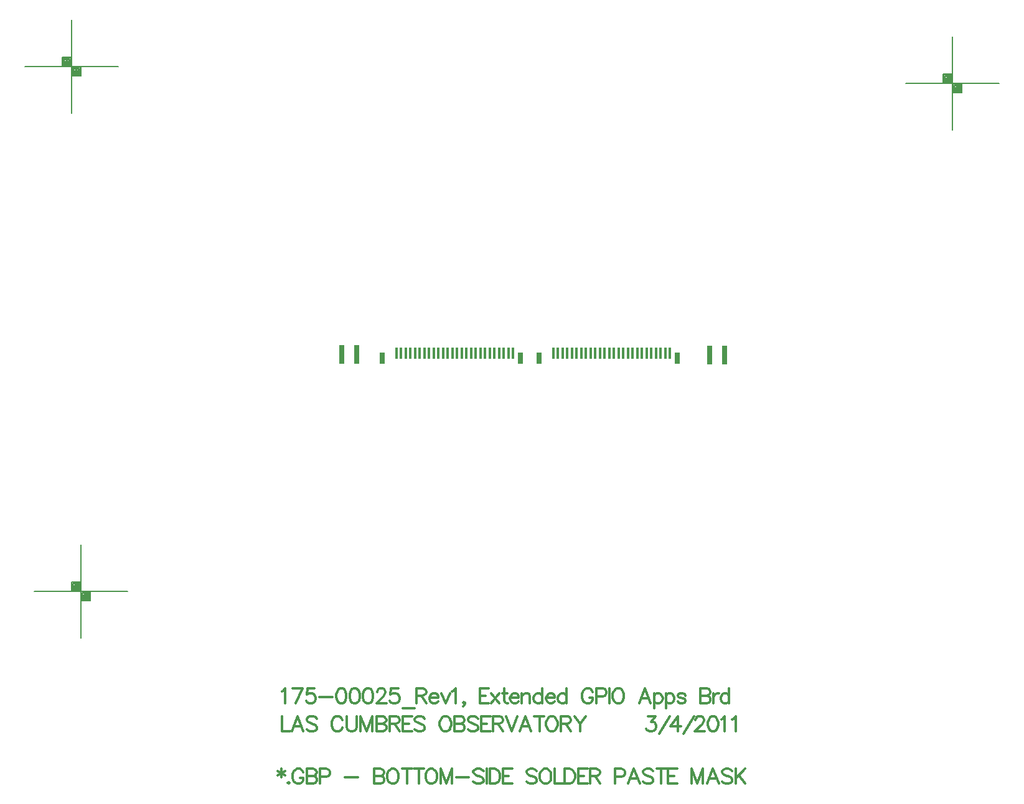
<source format=gbp>
%FSLAX23Y23*%
%MOIN*%
G70*
G01*
G75*
G04 Layer_Color=128*
%ADD10R,0.020X0.020*%
%ADD11R,0.016X0.020*%
%ADD12O,0.079X0.024*%
%ADD13R,0.078X0.048*%
%ADD14R,0.050X0.050*%
%ADD15R,0.014X0.060*%
%ADD16R,0.030X0.100*%
%ADD17R,0.031X0.060*%
%ADD18R,0.039X0.063*%
%ADD19C,0.020*%
%ADD20C,0.010*%
%ADD21C,0.005*%
%ADD22C,0.012*%
%ADD23C,0.008*%
%ADD24C,0.012*%
%ADD25C,0.012*%
%ADD26R,0.059X0.059*%
%ADD27C,0.059*%
%ADD28C,0.219*%
%ADD29C,0.024*%
%ADD30C,0.040*%
%ADD31C,0.075*%
%ADD32C,0.206*%
%ADD33C,0.050*%
G04:AMPARAMS|DCode=34|XSize=70mil|YSize=70mil|CornerRadius=0mil|HoleSize=0mil|Usage=FLASHONLY|Rotation=0.000|XOffset=0mil|YOffset=0mil|HoleType=Round|Shape=Relief|Width=10mil|Gap=10mil|Entries=4|*
%AMTHD34*
7,0,0,0.070,0.050,0.010,45*
%
%ADD34THD34*%
%ADD35C,0.010*%
%ADD36C,0.010*%
%ADD37C,0.008*%
%ADD38C,0.007*%
%ADD39C,0.007*%
%ADD40R,0.226X0.148*%
%ADD41R,0.028X0.028*%
%ADD42R,0.024X0.028*%
%ADD43O,0.087X0.032*%
%ADD44R,0.086X0.056*%
%ADD45R,0.058X0.058*%
%ADD46R,0.022X0.068*%
%ADD47R,0.038X0.108*%
%ADD48R,0.039X0.068*%
%ADD49R,0.047X0.071*%
%ADD50R,0.067X0.067*%
%ADD51C,0.067*%
%ADD52C,0.227*%
%ADD53C,0.032*%
%ADD54R,0.259X0.803*%
D15*
X23683Y15948D02*
D03*
X23658D02*
D03*
X23633D02*
D03*
X23608D02*
D03*
X23583D02*
D03*
X23558D02*
D03*
X23533D02*
D03*
X23508D02*
D03*
X23483D02*
D03*
X23458D02*
D03*
X23433D02*
D03*
X23408D02*
D03*
X23383D02*
D03*
X23358D02*
D03*
X23333D02*
D03*
X23308D02*
D03*
X23283D02*
D03*
X23258D02*
D03*
X23233D02*
D03*
X23208D02*
D03*
X23183D02*
D03*
X23158D02*
D03*
X23133D02*
D03*
X23108D02*
D03*
X23083D02*
D03*
X23058D02*
D03*
X22843Y15949D02*
D03*
X22818D02*
D03*
X22793D02*
D03*
X22768D02*
D03*
X22743D02*
D03*
X22718D02*
D03*
X22693D02*
D03*
X22668D02*
D03*
X22643D02*
D03*
X22618D02*
D03*
X22593D02*
D03*
X22568D02*
D03*
X22543D02*
D03*
X22518D02*
D03*
X22493D02*
D03*
X22468D02*
D03*
X22443D02*
D03*
X22418D02*
D03*
X22393D02*
D03*
X22368D02*
D03*
X22343D02*
D03*
X22318D02*
D03*
X22293D02*
D03*
X22268D02*
D03*
X22243D02*
D03*
X22218D02*
D03*
D16*
X21926Y15940D02*
D03*
X22005D02*
D03*
X23896Y15939D02*
D03*
X23975D02*
D03*
D17*
X23721Y15921D02*
D03*
X22981D02*
D03*
X22141D02*
D03*
X22881D02*
D03*
D23*
X24944Y17396D02*
X25444D01*
X25194Y17146D02*
Y17646D01*
X25144Y17396D02*
Y17446D01*
X25194D01*
X25244Y17346D02*
Y17396D01*
X25194Y17346D02*
X25244D01*
X25199Y17391D02*
X25239D01*
Y17351D02*
Y17391D01*
X25199Y17351D02*
X25239D01*
X25199D02*
Y17391D01*
X25204Y17386D02*
X25234D01*
Y17356D02*
Y17386D01*
X25204Y17356D02*
X25234D01*
X25204D02*
Y17381D01*
X25209D02*
X25229D01*
Y17361D02*
Y17381D01*
X25209Y17361D02*
X25229D01*
X25209D02*
Y17376D01*
X25214D02*
X25224D01*
Y17366D02*
Y17376D01*
X25214Y17366D02*
X25224D01*
X25214D02*
Y17376D01*
Y17371D02*
X25224D01*
X25149Y17441D02*
X25189D01*
Y17401D02*
Y17441D01*
X25149Y17401D02*
X25189D01*
X25149D02*
Y17441D01*
X25154Y17436D02*
X25184D01*
Y17406D02*
Y17436D01*
X25154Y17406D02*
X25184D01*
X25154D02*
Y17431D01*
X25159D02*
X25179D01*
Y17411D02*
Y17431D01*
X25159Y17411D02*
X25179D01*
X25159D02*
Y17426D01*
X25164D02*
X25174D01*
Y17416D02*
Y17426D01*
X25164Y17416D02*
X25174D01*
X25164D02*
Y17426D01*
Y17421D02*
X25174D01*
X20279Y14670D02*
X20779D01*
X20529Y14420D02*
Y14920D01*
X20479Y14670D02*
Y14720D01*
X20529D01*
X20579Y14620D02*
Y14670D01*
X20529Y14620D02*
X20579D01*
X20534Y14665D02*
X20574D01*
Y14625D02*
Y14665D01*
X20534Y14625D02*
X20574D01*
X20534D02*
Y14665D01*
X20539Y14660D02*
X20569D01*
Y14630D02*
Y14660D01*
X20539Y14630D02*
X20569D01*
X20539D02*
Y14655D01*
X20544D02*
X20564D01*
Y14635D02*
Y14655D01*
X20544Y14635D02*
X20564D01*
X20544D02*
Y14650D01*
X20549D02*
X20559D01*
Y14640D02*
Y14650D01*
X20549Y14640D02*
X20559D01*
X20549D02*
Y14650D01*
Y14645D02*
X20559D01*
X20484Y14715D02*
X20524D01*
Y14675D02*
Y14715D01*
X20484Y14675D02*
X20524D01*
X20484D02*
Y14715D01*
X20489Y14710D02*
X20519D01*
Y14680D02*
Y14710D01*
X20489Y14680D02*
X20519D01*
X20489D02*
Y14705D01*
X20494D02*
X20514D01*
Y14685D02*
Y14705D01*
X20494Y14685D02*
X20514D01*
X20494D02*
Y14700D01*
X20499D02*
X20509D01*
Y14690D02*
Y14700D01*
X20499Y14690D02*
X20509D01*
X20499D02*
Y14700D01*
Y14695D02*
X20509D01*
X20230Y17485D02*
X20730D01*
X20480Y17235D02*
Y17735D01*
X20430Y17485D02*
Y17535D01*
X20480D01*
X20530Y17435D02*
Y17485D01*
X20480Y17435D02*
X20530D01*
X20485Y17480D02*
X20525D01*
Y17440D02*
Y17480D01*
X20485Y17440D02*
X20525D01*
X20485D02*
Y17480D01*
X20490Y17475D02*
X20520D01*
Y17445D02*
Y17475D01*
X20490Y17445D02*
X20520D01*
X20490D02*
Y17470D01*
X20495D02*
X20515D01*
Y17450D02*
Y17470D01*
X20495Y17450D02*
X20515D01*
X20495D02*
Y17465D01*
X20500D02*
X20510D01*
Y17455D02*
Y17465D01*
X20500Y17455D02*
X20510D01*
X20500D02*
Y17465D01*
Y17460D02*
X20510D01*
X20435Y17530D02*
X20475D01*
Y17490D02*
Y17530D01*
X20435Y17490D02*
X20475D01*
X20435D02*
Y17530D01*
X20440Y17525D02*
X20470D01*
Y17495D02*
Y17525D01*
X20440Y17495D02*
X20470D01*
X20440D02*
Y17520D01*
X20445D02*
X20465D01*
Y17500D02*
Y17520D01*
X20445Y17500D02*
X20465D01*
X20445D02*
Y17515D01*
X20450D02*
X20460D01*
Y17505D02*
Y17515D01*
X20450Y17505D02*
X20460D01*
X20450D02*
Y17515D01*
Y17510D02*
X20460D01*
D24*
X21602Y13720D02*
Y13675D01*
X21583Y13709D02*
X21621Y13686D01*
Y13709D02*
X21583Y13686D01*
X21641Y13648D02*
X21637Y13644D01*
X21641Y13640D01*
X21645Y13644D01*
X21641Y13648D01*
X21720Y13701D02*
X21716Y13709D01*
X21708Y13716D01*
X21701Y13720D01*
X21685D01*
X21678Y13716D01*
X21670Y13709D01*
X21666Y13701D01*
X21662Y13690D01*
Y13671D01*
X21666Y13659D01*
X21670Y13652D01*
X21678Y13644D01*
X21685Y13640D01*
X21701D01*
X21708Y13644D01*
X21716Y13652D01*
X21720Y13659D01*
Y13671D01*
X21701D02*
X21720D01*
X21738Y13720D02*
Y13640D01*
Y13720D02*
X21772D01*
X21784Y13716D01*
X21787Y13713D01*
X21791Y13705D01*
Y13697D01*
X21787Y13690D01*
X21784Y13686D01*
X21772Y13682D01*
X21738D02*
X21772D01*
X21784Y13678D01*
X21787Y13675D01*
X21791Y13667D01*
Y13656D01*
X21787Y13648D01*
X21784Y13644D01*
X21772Y13640D01*
X21738D01*
X21809Y13678D02*
X21843D01*
X21855Y13682D01*
X21859Y13686D01*
X21862Y13694D01*
Y13705D01*
X21859Y13713D01*
X21855Y13716D01*
X21843Y13720D01*
X21809D01*
Y13640D01*
X21943Y13675D02*
X22012D01*
X22098Y13720D02*
Y13640D01*
Y13720D02*
X22132D01*
X22144Y13716D01*
X22148Y13713D01*
X22152Y13705D01*
Y13697D01*
X22148Y13690D01*
X22144Y13686D01*
X22132Y13682D01*
X22098D02*
X22132D01*
X22144Y13678D01*
X22148Y13675D01*
X22152Y13667D01*
Y13656D01*
X22148Y13648D01*
X22144Y13644D01*
X22132Y13640D01*
X22098D01*
X22192Y13720D02*
X22185Y13716D01*
X22177Y13709D01*
X22173Y13701D01*
X22169Y13690D01*
Y13671D01*
X22173Y13659D01*
X22177Y13652D01*
X22185Y13644D01*
X22192Y13640D01*
X22207D01*
X22215Y13644D01*
X22223Y13652D01*
X22227Y13659D01*
X22230Y13671D01*
Y13690D01*
X22227Y13701D01*
X22223Y13709D01*
X22215Y13716D01*
X22207Y13720D01*
X22192D01*
X22276D02*
Y13640D01*
X22249Y13720D02*
X22302D01*
X22339D02*
Y13640D01*
X22312Y13720D02*
X22365D01*
X22398D02*
X22390Y13716D01*
X22382Y13709D01*
X22379Y13701D01*
X22375Y13690D01*
Y13671D01*
X22379Y13659D01*
X22382Y13652D01*
X22390Y13644D01*
X22398Y13640D01*
X22413D01*
X22420Y13644D01*
X22428Y13652D01*
X22432Y13659D01*
X22436Y13671D01*
Y13690D01*
X22432Y13701D01*
X22428Y13709D01*
X22420Y13716D01*
X22413Y13720D01*
X22398D01*
X22454D02*
Y13640D01*
Y13720D02*
X22485Y13640D01*
X22515Y13720D02*
X22485Y13640D01*
X22515Y13720D02*
Y13640D01*
X22538Y13675D02*
X22607D01*
X22684Y13709D02*
X22676Y13716D01*
X22665Y13720D01*
X22649D01*
X22638Y13716D01*
X22630Y13709D01*
Y13701D01*
X22634Y13694D01*
X22638Y13690D01*
X22645Y13686D01*
X22668Y13678D01*
X22676Y13675D01*
X22680Y13671D01*
X22684Y13663D01*
Y13652D01*
X22676Y13644D01*
X22665Y13640D01*
X22649D01*
X22638Y13644D01*
X22630Y13652D01*
X22701Y13720D02*
Y13640D01*
X22718Y13720D02*
Y13640D01*
Y13720D02*
X22745D01*
X22756Y13716D01*
X22764Y13709D01*
X22768Y13701D01*
X22772Y13690D01*
Y13671D01*
X22768Y13659D01*
X22764Y13652D01*
X22756Y13644D01*
X22745Y13640D01*
X22718D01*
X22839Y13720D02*
X22789D01*
Y13640D01*
X22839D01*
X22789Y13682D02*
X22820D01*
X22968Y13709D02*
X22961Y13716D01*
X22949Y13720D01*
X22934D01*
X22923Y13716D01*
X22915Y13709D01*
Y13701D01*
X22919Y13694D01*
X22923Y13690D01*
X22930Y13686D01*
X22953Y13678D01*
X22961Y13675D01*
X22965Y13671D01*
X22968Y13663D01*
Y13652D01*
X22961Y13644D01*
X22949Y13640D01*
X22934D01*
X22923Y13644D01*
X22915Y13652D01*
X23009Y13720D02*
X23002Y13716D01*
X22994Y13709D01*
X22990Y13701D01*
X22986Y13690D01*
Y13671D01*
X22990Y13659D01*
X22994Y13652D01*
X23002Y13644D01*
X23009Y13640D01*
X23024D01*
X23032Y13644D01*
X23040Y13652D01*
X23044Y13659D01*
X23047Y13671D01*
Y13690D01*
X23044Y13701D01*
X23040Y13709D01*
X23032Y13716D01*
X23024Y13720D01*
X23009D01*
X23066D02*
Y13640D01*
X23112D01*
X23120Y13720D02*
Y13640D01*
Y13720D02*
X23147D01*
X23159Y13716D01*
X23166Y13709D01*
X23170Y13701D01*
X23174Y13690D01*
Y13671D01*
X23170Y13659D01*
X23166Y13652D01*
X23159Y13644D01*
X23147Y13640D01*
X23120D01*
X23241Y13720D02*
X23192D01*
Y13640D01*
X23241D01*
X23192Y13682D02*
X23222D01*
X23255Y13720D02*
Y13640D01*
Y13720D02*
X23289D01*
X23300Y13716D01*
X23304Y13713D01*
X23308Y13705D01*
Y13697D01*
X23304Y13690D01*
X23300Y13686D01*
X23289Y13682D01*
X23255D01*
X23281D02*
X23308Y13640D01*
X23389Y13678D02*
X23423D01*
X23434Y13682D01*
X23438Y13686D01*
X23442Y13694D01*
Y13705D01*
X23438Y13713D01*
X23434Y13716D01*
X23423Y13720D01*
X23389D01*
Y13640D01*
X23521D02*
X23490Y13720D01*
X23460Y13640D01*
X23471Y13667D02*
X23509D01*
X23593Y13709D02*
X23585Y13716D01*
X23574Y13720D01*
X23558D01*
X23547Y13716D01*
X23539Y13709D01*
Y13701D01*
X23543Y13694D01*
X23547Y13690D01*
X23555Y13686D01*
X23577Y13678D01*
X23585Y13675D01*
X23589Y13671D01*
X23593Y13663D01*
Y13652D01*
X23585Y13644D01*
X23574Y13640D01*
X23558D01*
X23547Y13644D01*
X23539Y13652D01*
X23637Y13720D02*
Y13640D01*
X23611Y13720D02*
X23664D01*
X23723D02*
X23673D01*
Y13640D01*
X23723D01*
X23673Y13682D02*
X23704D01*
X23799Y13720D02*
Y13640D01*
Y13720D02*
X23830Y13640D01*
X23860Y13720D02*
X23830Y13640D01*
X23860Y13720D02*
Y13640D01*
X23944D02*
X23913Y13720D01*
X23883Y13640D01*
X23894Y13667D02*
X23932D01*
X24016Y13709D02*
X24008Y13716D01*
X23997Y13720D01*
X23982D01*
X23970Y13716D01*
X23963Y13709D01*
Y13701D01*
X23966Y13694D01*
X23970Y13690D01*
X23978Y13686D01*
X24001Y13678D01*
X24008Y13675D01*
X24012Y13671D01*
X24016Y13663D01*
Y13652D01*
X24008Y13644D01*
X23997Y13640D01*
X23982D01*
X23970Y13644D01*
X23963Y13652D01*
X24034Y13720D02*
Y13640D01*
X24087Y13720D02*
X24034Y13667D01*
X24053Y13686D02*
X24087Y13640D01*
X21604Y14136D02*
X21612Y14139D01*
X21623Y14151D01*
Y14071D01*
X21716Y14151D02*
X21678Y14071D01*
X21663Y14151D02*
X21716D01*
X21779D02*
X21741D01*
X21738Y14117D01*
X21741Y14120D01*
X21753Y14124D01*
X21764D01*
X21776Y14120D01*
X21783Y14113D01*
X21787Y14101D01*
Y14094D01*
X21783Y14082D01*
X21776Y14075D01*
X21764Y14071D01*
X21753D01*
X21741Y14075D01*
X21738Y14079D01*
X21734Y14086D01*
X21805Y14105D02*
X21874D01*
X21920Y14151D02*
X21909Y14147D01*
X21901Y14136D01*
X21897Y14117D01*
Y14105D01*
X21901Y14086D01*
X21909Y14075D01*
X21920Y14071D01*
X21928D01*
X21939Y14075D01*
X21947Y14086D01*
X21950Y14105D01*
Y14117D01*
X21947Y14136D01*
X21939Y14147D01*
X21928Y14151D01*
X21920D01*
X21991D02*
X21980Y14147D01*
X21972Y14136D01*
X21968Y14117D01*
Y14105D01*
X21972Y14086D01*
X21980Y14075D01*
X21991Y14071D01*
X21999D01*
X22010Y14075D01*
X22018Y14086D01*
X22022Y14105D01*
Y14117D01*
X22018Y14136D01*
X22010Y14147D01*
X21999Y14151D01*
X21991D01*
X22062D02*
X22051Y14147D01*
X22043Y14136D01*
X22040Y14117D01*
Y14105D01*
X22043Y14086D01*
X22051Y14075D01*
X22062Y14071D01*
X22070D01*
X22082Y14075D01*
X22089Y14086D01*
X22093Y14105D01*
Y14117D01*
X22089Y14136D01*
X22082Y14147D01*
X22070Y14151D01*
X22062D01*
X22115Y14132D02*
Y14136D01*
X22118Y14143D01*
X22122Y14147D01*
X22130Y14151D01*
X22145D01*
X22153Y14147D01*
X22157Y14143D01*
X22160Y14136D01*
Y14128D01*
X22157Y14120D01*
X22149Y14109D01*
X22111Y14071D01*
X22164D01*
X22228Y14151D02*
X22190D01*
X22186Y14117D01*
X22190Y14120D01*
X22201Y14124D01*
X22213D01*
X22224Y14120D01*
X22232Y14113D01*
X22235Y14101D01*
Y14094D01*
X22232Y14082D01*
X22224Y14075D01*
X22213Y14071D01*
X22201D01*
X22190Y14075D01*
X22186Y14079D01*
X22182Y14086D01*
X22253Y14044D02*
X22314D01*
X22325Y14151D02*
Y14071D01*
Y14151D02*
X22359D01*
X22370Y14147D01*
X22374Y14143D01*
X22378Y14136D01*
Y14128D01*
X22374Y14120D01*
X22370Y14117D01*
X22359Y14113D01*
X22325D01*
X22351D02*
X22378Y14071D01*
X22396Y14101D02*
X22441D01*
Y14109D01*
X22438Y14117D01*
X22434Y14120D01*
X22426Y14124D01*
X22415D01*
X22407Y14120D01*
X22400Y14113D01*
X22396Y14101D01*
Y14094D01*
X22400Y14082D01*
X22407Y14075D01*
X22415Y14071D01*
X22426D01*
X22434Y14075D01*
X22441Y14082D01*
X22459Y14124D02*
X22481Y14071D01*
X22504Y14124D02*
X22481Y14071D01*
X22517Y14136D02*
X22525Y14139D01*
X22536Y14151D01*
Y14071D01*
X22584Y14075D02*
X22580Y14071D01*
X22576Y14075D01*
X22580Y14079D01*
X22584Y14075D01*
Y14067D01*
X22580Y14059D01*
X22576Y14056D01*
X22713Y14151D02*
X22664D01*
Y14071D01*
X22713D01*
X22664Y14113D02*
X22694D01*
X22727Y14124D02*
X22769Y14071D01*
Y14124D02*
X22727Y14071D01*
X22797Y14151D02*
Y14086D01*
X22801Y14075D01*
X22808Y14071D01*
X22816D01*
X22785Y14124D02*
X22812D01*
X22827Y14101D02*
X22873D01*
Y14109D01*
X22869Y14117D01*
X22865Y14120D01*
X22858Y14124D01*
X22846D01*
X22839Y14120D01*
X22831Y14113D01*
X22827Y14101D01*
Y14094D01*
X22831Y14082D01*
X22839Y14075D01*
X22846Y14071D01*
X22858D01*
X22865Y14075D01*
X22873Y14082D01*
X22890Y14124D02*
Y14071D01*
Y14109D02*
X22902Y14120D01*
X22909Y14124D01*
X22921D01*
X22928Y14120D01*
X22932Y14109D01*
Y14071D01*
X22999Y14151D02*
Y14071D01*
Y14113D02*
X22991Y14120D01*
X22983Y14124D01*
X22972D01*
X22964Y14120D01*
X22957Y14113D01*
X22953Y14101D01*
Y14094D01*
X22957Y14082D01*
X22964Y14075D01*
X22972Y14071D01*
X22983D01*
X22991Y14075D01*
X22999Y14082D01*
X23020Y14101D02*
X23066D01*
Y14109D01*
X23062Y14117D01*
X23058Y14120D01*
X23050Y14124D01*
X23039D01*
X23031Y14120D01*
X23024Y14113D01*
X23020Y14101D01*
Y14094D01*
X23024Y14082D01*
X23031Y14075D01*
X23039Y14071D01*
X23050D01*
X23058Y14075D01*
X23066Y14082D01*
X23129Y14151D02*
Y14071D01*
Y14113D02*
X23121Y14120D01*
X23113Y14124D01*
X23102D01*
X23094Y14120D01*
X23087Y14113D01*
X23083Y14101D01*
Y14094D01*
X23087Y14082D01*
X23094Y14075D01*
X23102Y14071D01*
X23113D01*
X23121Y14075D01*
X23129Y14082D01*
X23270Y14132D02*
X23266Y14139D01*
X23258Y14147D01*
X23251Y14151D01*
X23236D01*
X23228Y14147D01*
X23220Y14139D01*
X23217Y14132D01*
X23213Y14120D01*
Y14101D01*
X23217Y14090D01*
X23220Y14082D01*
X23228Y14075D01*
X23236Y14071D01*
X23251D01*
X23258Y14075D01*
X23266Y14082D01*
X23270Y14090D01*
Y14101D01*
X23251D02*
X23270D01*
X23288Y14109D02*
X23322D01*
X23334Y14113D01*
X23338Y14117D01*
X23341Y14124D01*
Y14136D01*
X23338Y14143D01*
X23334Y14147D01*
X23322Y14151D01*
X23288D01*
Y14071D01*
X23359Y14151D02*
Y14071D01*
X23399Y14151D02*
X23391Y14147D01*
X23384Y14139D01*
X23380Y14132D01*
X23376Y14120D01*
Y14101D01*
X23380Y14090D01*
X23384Y14082D01*
X23391Y14075D01*
X23399Y14071D01*
X23414D01*
X23422Y14075D01*
X23429Y14082D01*
X23433Y14090D01*
X23437Y14101D01*
Y14120D01*
X23433Y14132D01*
X23429Y14139D01*
X23422Y14147D01*
X23414Y14151D01*
X23399D01*
X23579Y14071D02*
X23549Y14151D01*
X23519Y14071D01*
X23530Y14098D02*
X23568D01*
X23598Y14124D02*
Y14044D01*
Y14113D02*
X23606Y14120D01*
X23613Y14124D01*
X23625D01*
X23632Y14120D01*
X23640Y14113D01*
X23644Y14101D01*
Y14094D01*
X23640Y14082D01*
X23632Y14075D01*
X23625Y14071D01*
X23613D01*
X23606Y14075D01*
X23598Y14082D01*
X23661Y14124D02*
Y14044D01*
Y14113D02*
X23669Y14120D01*
X23676Y14124D01*
X23688D01*
X23695Y14120D01*
X23703Y14113D01*
X23707Y14101D01*
Y14094D01*
X23703Y14082D01*
X23695Y14075D01*
X23688Y14071D01*
X23676D01*
X23669Y14075D01*
X23661Y14082D01*
X23766Y14113D02*
X23762Y14120D01*
X23750Y14124D01*
X23739D01*
X23728Y14120D01*
X23724Y14113D01*
X23728Y14105D01*
X23735Y14101D01*
X23754Y14098D01*
X23762Y14094D01*
X23766Y14086D01*
Y14082D01*
X23762Y14075D01*
X23750Y14071D01*
X23739D01*
X23728Y14075D01*
X23724Y14082D01*
X23845Y14151D02*
Y14071D01*
Y14151D02*
X23880D01*
X23891Y14147D01*
X23895Y14143D01*
X23899Y14136D01*
Y14128D01*
X23895Y14120D01*
X23891Y14117D01*
X23880Y14113D01*
X23845D02*
X23880D01*
X23891Y14109D01*
X23895Y14105D01*
X23899Y14098D01*
Y14086D01*
X23895Y14079D01*
X23891Y14075D01*
X23880Y14071D01*
X23845D01*
X23917Y14124D02*
Y14071D01*
Y14101D02*
X23920Y14113D01*
X23928Y14120D01*
X23936Y14124D01*
X23947D01*
X24000Y14151D02*
Y14071D01*
Y14113D02*
X23992Y14120D01*
X23985Y14124D01*
X23973D01*
X23966Y14120D01*
X23958Y14113D01*
X23954Y14101D01*
Y14094D01*
X23958Y14082D01*
X23966Y14075D01*
X23973Y14071D01*
X23985D01*
X23992Y14075D01*
X24000Y14082D01*
D25*
X21604Y14001D02*
Y13921D01*
X21650D01*
X21719D02*
X21689Y14001D01*
X21658Y13921D01*
X21670Y13948D02*
X21708D01*
X21791Y13989D02*
X21784Y13997D01*
X21772Y14001D01*
X21757D01*
X21746Y13997D01*
X21738Y13989D01*
Y13982D01*
X21742Y13974D01*
X21746Y13970D01*
X21753Y13967D01*
X21776Y13959D01*
X21784Y13955D01*
X21787Y13951D01*
X21791Y13944D01*
Y13932D01*
X21784Y13925D01*
X21772Y13921D01*
X21757D01*
X21746Y13925D01*
X21738Y13932D01*
X21929Y13982D02*
X21925Y13989D01*
X21918Y13997D01*
X21910Y14001D01*
X21895D01*
X21887Y13997D01*
X21880Y13989D01*
X21876Y13982D01*
X21872Y13970D01*
Y13951D01*
X21876Y13940D01*
X21880Y13932D01*
X21887Y13925D01*
X21895Y13921D01*
X21910D01*
X21918Y13925D01*
X21925Y13932D01*
X21929Y13940D01*
X21952Y14001D02*
Y13944D01*
X21955Y13932D01*
X21963Y13925D01*
X21974Y13921D01*
X21982D01*
X21994Y13925D01*
X22001Y13932D01*
X22005Y13944D01*
Y14001D01*
X22027D02*
Y13921D01*
Y14001D02*
X22058Y13921D01*
X22088Y14001D02*
X22058Y13921D01*
X22088Y14001D02*
Y13921D01*
X22111Y14001D02*
Y13921D01*
Y14001D02*
X22145D01*
X22157Y13997D01*
X22160Y13993D01*
X22164Y13986D01*
Y13978D01*
X22160Y13970D01*
X22157Y13967D01*
X22145Y13963D01*
X22111D02*
X22145D01*
X22157Y13959D01*
X22160Y13955D01*
X22164Y13948D01*
Y13936D01*
X22160Y13928D01*
X22157Y13925D01*
X22145Y13921D01*
X22111D01*
X22182Y14001D02*
Y13921D01*
Y14001D02*
X22216D01*
X22228Y13997D01*
X22232Y13993D01*
X22235Y13986D01*
Y13978D01*
X22232Y13970D01*
X22228Y13967D01*
X22216Y13963D01*
X22182D01*
X22209D02*
X22235Y13921D01*
X22303Y14001D02*
X22253D01*
Y13921D01*
X22303D01*
X22253Y13963D02*
X22284D01*
X22369Y13989D02*
X22362Y13997D01*
X22350Y14001D01*
X22335D01*
X22324Y13997D01*
X22316Y13989D01*
Y13982D01*
X22320Y13974D01*
X22324Y13970D01*
X22331Y13967D01*
X22354Y13959D01*
X22362Y13955D01*
X22366Y13951D01*
X22369Y13944D01*
Y13932D01*
X22362Y13925D01*
X22350Y13921D01*
X22335D01*
X22324Y13925D01*
X22316Y13932D01*
X22473Y14001D02*
X22465Y13997D01*
X22458Y13989D01*
X22454Y13982D01*
X22450Y13970D01*
Y13951D01*
X22454Y13940D01*
X22458Y13932D01*
X22465Y13925D01*
X22473Y13921D01*
X22488D01*
X22496Y13925D01*
X22504Y13932D01*
X22507Y13940D01*
X22511Y13951D01*
Y13970D01*
X22507Y13982D01*
X22504Y13989D01*
X22496Y13997D01*
X22488Y14001D01*
X22473D01*
X22530D02*
Y13921D01*
Y14001D02*
X22564D01*
X22576Y13997D01*
X22579Y13993D01*
X22583Y13986D01*
Y13978D01*
X22579Y13970D01*
X22576Y13967D01*
X22564Y13963D01*
X22530D02*
X22564D01*
X22576Y13959D01*
X22579Y13955D01*
X22583Y13948D01*
Y13936D01*
X22579Y13928D01*
X22576Y13925D01*
X22564Y13921D01*
X22530D01*
X22654Y13989D02*
X22647Y13997D01*
X22635Y14001D01*
X22620D01*
X22609Y13997D01*
X22601Y13989D01*
Y13982D01*
X22605Y13974D01*
X22609Y13970D01*
X22616Y13967D01*
X22639Y13959D01*
X22647Y13955D01*
X22651Y13951D01*
X22654Y13944D01*
Y13932D01*
X22647Y13925D01*
X22635Y13921D01*
X22620D01*
X22609Y13925D01*
X22601Y13932D01*
X22722Y14001D02*
X22672D01*
Y13921D01*
X22722D01*
X22672Y13963D02*
X22703D01*
X22735Y14001D02*
Y13921D01*
Y14001D02*
X22769D01*
X22781Y13997D01*
X22785Y13993D01*
X22788Y13986D01*
Y13978D01*
X22785Y13970D01*
X22781Y13967D01*
X22769Y13963D01*
X22735D01*
X22762D02*
X22788Y13921D01*
X22806Y14001D02*
X22837Y13921D01*
X22867Y14001D02*
X22837Y13921D01*
X22938D02*
X22908Y14001D01*
X22878Y13921D01*
X22889Y13948D02*
X22927D01*
X22984Y14001D02*
Y13921D01*
X22957Y14001D02*
X23010D01*
X23043D02*
X23035Y13997D01*
X23028Y13989D01*
X23024Y13982D01*
X23020Y13970D01*
Y13951D01*
X23024Y13940D01*
X23028Y13932D01*
X23035Y13925D01*
X23043Y13921D01*
X23058D01*
X23066Y13925D01*
X23073Y13932D01*
X23077Y13940D01*
X23081Y13951D01*
Y13970D01*
X23077Y13982D01*
X23073Y13989D01*
X23066Y13997D01*
X23058Y14001D01*
X23043D01*
X23100D02*
Y13921D01*
Y14001D02*
X23134D01*
X23145Y13997D01*
X23149Y13993D01*
X23153Y13986D01*
Y13978D01*
X23149Y13970D01*
X23145Y13967D01*
X23134Y13963D01*
X23100D01*
X23126D02*
X23153Y13921D01*
X23171Y14001D02*
X23201Y13963D01*
Y13921D01*
X23232Y14001D02*
X23201Y13963D01*
X23564Y14001D02*
X23606D01*
X23583Y13970D01*
X23594D01*
X23602Y13967D01*
X23606Y13963D01*
X23610Y13951D01*
Y13944D01*
X23606Y13932D01*
X23598Y13925D01*
X23587Y13921D01*
X23575D01*
X23564Y13925D01*
X23560Y13928D01*
X23556Y13936D01*
X23627Y13909D02*
X23681Y14001D01*
X23724D02*
X23686Y13948D01*
X23743D01*
X23724Y14001D02*
Y13921D01*
X23757Y13909D02*
X23811Y14001D01*
X23820Y13982D02*
Y13986D01*
X23824Y13993D01*
X23827Y13997D01*
X23835Y14001D01*
X23850D01*
X23858Y13997D01*
X23862Y13993D01*
X23866Y13986D01*
Y13978D01*
X23862Y13970D01*
X23854Y13959D01*
X23816Y13921D01*
X23869D01*
X23910Y14001D02*
X23899Y13997D01*
X23891Y13986D01*
X23887Y13967D01*
Y13955D01*
X23891Y13936D01*
X23899Y13925D01*
X23910Y13921D01*
X23918D01*
X23929Y13925D01*
X23937Y13936D01*
X23941Y13955D01*
Y13967D01*
X23937Y13986D01*
X23929Y13997D01*
X23918Y14001D01*
X23910D01*
X23958Y13986D02*
X23966Y13989D01*
X23977Y14001D01*
Y13921D01*
X24017Y13986D02*
X24025Y13989D01*
X24036Y14001D01*
Y13921D01*
M02*

</source>
